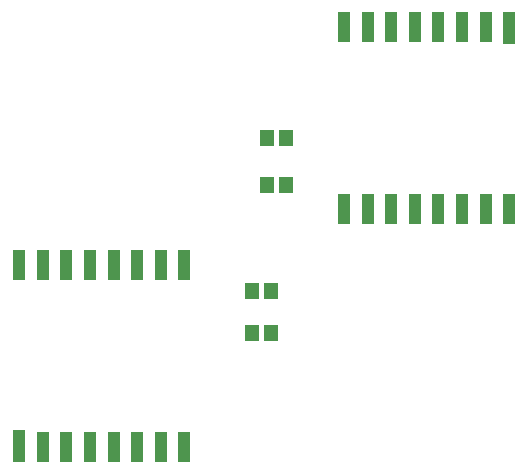
<source format=gtp>
G04*
G04 #@! TF.GenerationSoftware,Altium Limited,Altium Designer,24.10.1 (45)*
G04*
G04 Layer_Color=8421504*
%FSLAX44Y44*%
%MOMM*%
G71*
G04*
G04 #@! TF.SameCoordinates,18B26EA7-4F74-4CB2-AD54-755A6D8BF582*
G04*
G04*
G04 #@! TF.FilePolarity,Positive*
G04*
G01*
G75*
%ADD15R,1.3000X1.4000*%
%ADD16R,1.1000X2.8000*%
%ADD17R,1.1000X2.6000*%
D15*
X546000Y490000D02*
D03*
X530000D02*
D03*
X517000Y360000D02*
D03*
X533000D02*
D03*
X517000Y325000D02*
D03*
X533000D02*
D03*
X546000Y450000D02*
D03*
X530000D02*
D03*
D16*
X735000Y583000D02*
D03*
X320000Y229000D02*
D03*
D17*
X715000Y584000D02*
D03*
X695000D02*
D03*
X675000D02*
D03*
X654999D02*
D03*
X635000D02*
D03*
X615000D02*
D03*
X595000D02*
D03*
Y430000D02*
D03*
X615000D02*
D03*
X635000D02*
D03*
X654999D02*
D03*
X675000D02*
D03*
X695000D02*
D03*
X715000D02*
D03*
X735000D02*
D03*
X320000Y382000D02*
D03*
X340000D02*
D03*
X360000D02*
D03*
X380000D02*
D03*
X400000D02*
D03*
X420000D02*
D03*
X440000D02*
D03*
X460000D02*
D03*
Y228000D02*
D03*
X440000D02*
D03*
X420000D02*
D03*
X400000D02*
D03*
X380000D02*
D03*
X360000D02*
D03*
X340000D02*
D03*
M02*

</source>
